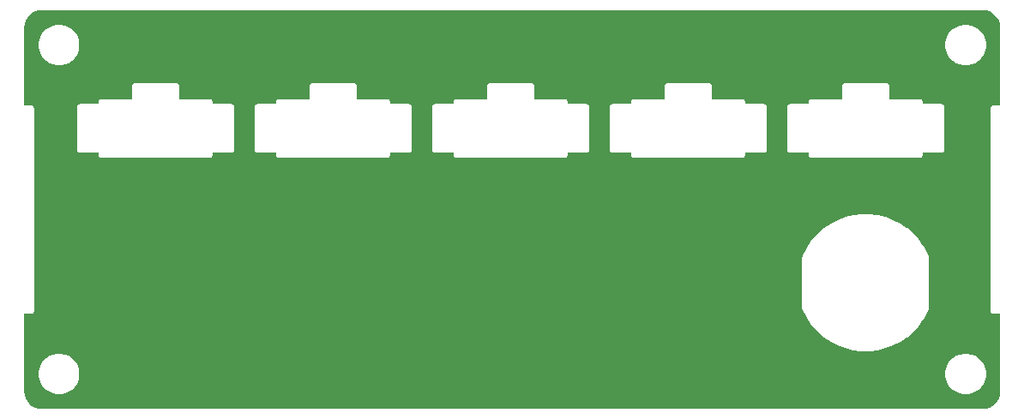
<source format=gbl>
G04*
G04 #@! TF.GenerationSoftware,Altium Limited,Altium Designer,23.0.1 (38)*
G04*
G04 Layer_Physical_Order=2*
G04 Layer_Color=16711680*
%FSLAX25Y25*%
%MOIN*%
G70*
G04*
G04 #@! TF.SameCoordinates,4576DBD2-755A-4E65-B73B-460D234F7A32*
G04*
G04*
G04 #@! TF.FilePolarity,Positive*
G04*
G01*
G75*
G36*
X107807Y256095D02*
X473555Y256095D01*
X473569Y256098D01*
X474873Y255969D01*
X476141Y255585D01*
X477309Y254960D01*
X478333Y254120D01*
X479173Y253096D01*
X479797Y251928D01*
X480182Y250661D01*
X480310Y249356D01*
X480308Y249342D01*
Y218968D01*
X477689D01*
X477260Y218883D01*
X476896Y218639D01*
X476653Y218276D01*
X476567Y217846D01*
Y139106D01*
X476653Y138677D01*
X476896Y138313D01*
X477260Y138070D01*
X477689Y137985D01*
X480308D01*
Y107610D01*
X480310Y107597D01*
X480182Y106292D01*
X479797Y105025D01*
X479173Y103857D01*
X478333Y102833D01*
X477309Y101992D01*
X476141Y101368D01*
X474873Y100984D01*
X473569Y100855D01*
X473555Y100858D01*
X107807D01*
X107793Y100855D01*
X106489Y100984D01*
X105221Y101368D01*
X104053Y101992D01*
X103030Y102833D01*
X102189Y103857D01*
X101565Y105025D01*
X101180Y106292D01*
X101052Y107597D01*
X101055Y107610D01*
Y137985D01*
X103673D01*
X104102Y138070D01*
X104466Y138313D01*
X104709Y138677D01*
X104795Y139106D01*
Y217846D01*
X104709Y218276D01*
X104466Y218639D01*
X104102Y218883D01*
X103673Y218968D01*
X101055D01*
Y249342D01*
X101052Y249356D01*
X101180Y250661D01*
X101565Y251928D01*
X102189Y253096D01*
X103030Y254120D01*
X104053Y254960D01*
X105221Y255585D01*
X106489Y255969D01*
X107793Y256098D01*
X107807Y256095D01*
D02*
G37*
%LPC*%
G36*
X115277Y250342D02*
X113723D01*
X112199Y250039D01*
X110763Y249445D01*
X109471Y248581D01*
X108372Y247482D01*
X107508Y246190D01*
X106913Y244754D01*
X106610Y243230D01*
Y241676D01*
X106913Y240151D01*
X107508Y238716D01*
X108372Y237423D01*
X109471Y236324D01*
X110763Y235461D01*
X112199Y234866D01*
X113723Y234563D01*
X115277D01*
X116801Y234866D01*
X118237Y235461D01*
X119529Y236324D01*
X120628Y237423D01*
X121492Y238716D01*
X122087Y240151D01*
X122390Y241676D01*
Y243230D01*
X122087Y244754D01*
X121492Y246190D01*
X120628Y247482D01*
X119529Y248581D01*
X118237Y249445D01*
X116801Y250039D01*
X115277Y250342D01*
D02*
G37*
G36*
X467639Y250342D02*
X466085D01*
X464561Y250039D01*
X463125Y249445D01*
X461833Y248581D01*
X460734Y247482D01*
X459870Y246190D01*
X459276Y244754D01*
X458972Y243230D01*
Y241676D01*
X459276Y240151D01*
X459870Y238716D01*
X460734Y237423D01*
X461833Y236324D01*
X463125Y235461D01*
X464561Y234866D01*
X466085Y234563D01*
X467639D01*
X469164Y234866D01*
X470599Y235461D01*
X471892Y236324D01*
X472991Y237423D01*
X473854Y238716D01*
X474449Y240151D01*
X474752Y241676D01*
Y243230D01*
X474449Y244754D01*
X473854Y246190D01*
X472991Y247482D01*
X471892Y248581D01*
X470599Y249445D01*
X469164Y250039D01*
X467639Y250342D01*
D02*
G37*
G36*
X436169Y227752D02*
X419831D01*
X419441Y227674D01*
X419110Y227453D01*
X418889Y227122D01*
X418811Y226732D01*
Y221453D01*
X406937D01*
X406547Y221375D01*
X406216Y221154D01*
X405995Y220823D01*
X405917Y220433D01*
Y219484D01*
X398472D01*
X398082Y219407D01*
X397751Y219185D01*
X397531Y218855D01*
X397453Y218465D01*
Y201535D01*
X397531Y201145D01*
X397751Y200815D01*
X398082Y200593D01*
X398472Y200516D01*
X405917D01*
Y199567D01*
X405995Y199177D01*
X406216Y198846D01*
X406547Y198625D01*
X406937Y198547D01*
X449063D01*
X449453Y198625D01*
X449784Y198846D01*
X450005Y199177D01*
X450083Y199567D01*
Y200516D01*
X457528D01*
X457918Y200593D01*
X458249Y200815D01*
X458469Y201145D01*
X458547Y201535D01*
Y218465D01*
X458469Y218855D01*
X458249Y219185D01*
X457918Y219407D01*
X457528Y219484D01*
X450083D01*
Y220433D01*
X450005Y220823D01*
X449784Y221154D01*
X449453Y221375D01*
X449063Y221453D01*
X437189D01*
Y226732D01*
X437111Y227122D01*
X436890Y227453D01*
X436559Y227674D01*
X436169Y227752D01*
D02*
G37*
G36*
X367169D02*
X350831D01*
X350441Y227674D01*
X350110Y227453D01*
X349889Y227122D01*
X349811Y226732D01*
Y221453D01*
X337937D01*
X337547Y221375D01*
X337216Y221154D01*
X336995Y220823D01*
X336917Y220433D01*
Y219484D01*
X329472D01*
X329082Y219407D01*
X328751Y219185D01*
X328531Y218855D01*
X328453Y218465D01*
Y201535D01*
X328531Y201145D01*
X328751Y200815D01*
X329082Y200593D01*
X329472Y200516D01*
X336917D01*
Y199567D01*
X336995Y199177D01*
X337216Y198846D01*
X337547Y198625D01*
X337937Y198547D01*
X380063D01*
X380453Y198625D01*
X380784Y198846D01*
X381005Y199177D01*
X381083Y199567D01*
Y200516D01*
X388528D01*
X388918Y200593D01*
X389248Y200815D01*
X389470Y201145D01*
X389547Y201535D01*
Y218465D01*
X389470Y218855D01*
X389248Y219185D01*
X388918Y219407D01*
X388528Y219484D01*
X381083D01*
Y220433D01*
X381005Y220823D01*
X380784Y221154D01*
X380453Y221375D01*
X380063Y221453D01*
X368189D01*
Y226732D01*
X368111Y227122D01*
X367890Y227453D01*
X367560Y227674D01*
X367169Y227752D01*
D02*
G37*
G36*
X298169D02*
X281831D01*
X281440Y227674D01*
X281110Y227453D01*
X280889Y227122D01*
X280811Y226732D01*
Y221453D01*
X268937D01*
X268547Y221375D01*
X268216Y221154D01*
X267995Y220823D01*
X267917Y220433D01*
Y219484D01*
X260472D01*
X260082Y219407D01*
X259752Y219185D01*
X259530Y218855D01*
X259453Y218465D01*
Y201535D01*
X259530Y201145D01*
X259752Y200815D01*
X260082Y200593D01*
X260472Y200516D01*
X267917D01*
Y199567D01*
X267995Y199177D01*
X268216Y198846D01*
X268547Y198625D01*
X268937Y198547D01*
X311063D01*
X311453Y198625D01*
X311784Y198846D01*
X312005Y199177D01*
X312083Y199567D01*
Y200516D01*
X319528D01*
X319918Y200593D01*
X320249Y200815D01*
X320469Y201145D01*
X320547Y201535D01*
Y218465D01*
X320469Y218855D01*
X320249Y219185D01*
X319918Y219407D01*
X319528Y219484D01*
X312083D01*
Y220433D01*
X312005Y220823D01*
X311784Y221154D01*
X311453Y221375D01*
X311063Y221453D01*
X299189D01*
Y226732D01*
X299111Y227122D01*
X298890Y227453D01*
X298559Y227674D01*
X298169Y227752D01*
D02*
G37*
G36*
X229169D02*
X212831D01*
X212440Y227674D01*
X212110Y227453D01*
X211889Y227122D01*
X211811Y226732D01*
Y221453D01*
X199937D01*
X199547Y221375D01*
X199216Y221154D01*
X198995Y220823D01*
X198917Y220433D01*
Y219484D01*
X191472D01*
X191082Y219407D01*
X190752Y219185D01*
X190531Y218855D01*
X190453Y218465D01*
Y201535D01*
X190531Y201145D01*
X190752Y200815D01*
X191082Y200593D01*
X191472Y200516D01*
X198917D01*
Y199567D01*
X198995Y199177D01*
X199216Y198846D01*
X199547Y198625D01*
X199937Y198547D01*
X242063D01*
X242453Y198625D01*
X242784Y198846D01*
X243005Y199177D01*
X243083Y199567D01*
Y200516D01*
X250528D01*
X250918Y200593D01*
X251249Y200815D01*
X251469Y201145D01*
X251547Y201535D01*
Y218465D01*
X251469Y218855D01*
X251249Y219185D01*
X250918Y219407D01*
X250528Y219484D01*
X243083D01*
Y220433D01*
X243005Y220823D01*
X242784Y221154D01*
X242453Y221375D01*
X242063Y221453D01*
X230189D01*
Y226732D01*
X230111Y227122D01*
X229890Y227453D01*
X229559Y227674D01*
X229169Y227752D01*
D02*
G37*
G36*
X160169D02*
X143831D01*
X143440Y227674D01*
X143110Y227453D01*
X142889Y227122D01*
X142811Y226732D01*
Y221453D01*
X130937D01*
X130547Y221375D01*
X130216Y221154D01*
X129995Y220823D01*
X129917Y220433D01*
Y219484D01*
X122472D01*
X122082Y219407D01*
X121751Y219185D01*
X121530Y218855D01*
X121453Y218465D01*
Y201535D01*
X121530Y201145D01*
X121751Y200815D01*
X122082Y200593D01*
X122472Y200516D01*
X129917D01*
Y199567D01*
X129995Y199177D01*
X130216Y198846D01*
X130547Y198625D01*
X130937Y198547D01*
X173063D01*
X173453Y198625D01*
X173784Y198846D01*
X174005Y199177D01*
X174083Y199567D01*
Y200516D01*
X181528D01*
X181918Y200593D01*
X182248Y200815D01*
X182469Y201145D01*
X182547Y201535D01*
Y218465D01*
X182469Y218855D01*
X182248Y219185D01*
X181918Y219407D01*
X181528Y219484D01*
X174083D01*
Y220433D01*
X174005Y220823D01*
X173784Y221154D01*
X173453Y221375D01*
X173063Y221453D01*
X161189D01*
Y226732D01*
X161111Y227122D01*
X160890Y227453D01*
X160559Y227674D01*
X160169Y227752D01*
D02*
G37*
G36*
X426494Y176610D02*
X426434Y176598D01*
X426374Y176603D01*
X423382Y176250D01*
X423324Y176231D01*
X423264Y176229D01*
X420334Y175526D01*
X420279Y175501D01*
X420219Y175492D01*
X417392Y174451D01*
X417340Y174419D01*
X417282Y174403D01*
X414596Y173037D01*
X414549Y173000D01*
X414493Y172977D01*
X411986Y171305D01*
X411943Y171263D01*
X411890Y171233D01*
X409597Y169279D01*
X409559Y169232D01*
X409510Y169196D01*
X407462Y166987D01*
X407430Y166935D01*
X407386Y166894D01*
X405611Y164460D01*
X405585Y164405D01*
X405546Y164359D01*
X404069Y161733D01*
X404050Y161676D01*
X404016Y161625D01*
X403437Y160235D01*
X403437Y160234D01*
X403436Y160233D01*
X403397Y160039D01*
X403358Y159845D01*
X403359Y159844D01*
X403358Y159843D01*
X403358Y140157D01*
X403359Y140156D01*
X403358Y140155D01*
X403396Y139967D01*
X403436Y139767D01*
X403437Y139766D01*
X403437Y139765D01*
X404016Y138375D01*
X404050Y138324D01*
X404069Y138267D01*
X405546Y135641D01*
X405585Y135595D01*
X405611Y135540D01*
X407386Y133106D01*
X407430Y133065D01*
X407462Y133013D01*
X409510Y130804D01*
X409559Y130768D01*
X409597Y130721D01*
X411890Y128767D01*
X411943Y128737D01*
X411986Y128695D01*
X414493Y127023D01*
X414549Y127000D01*
X414596Y126963D01*
X417282Y125597D01*
X417340Y125581D01*
X417392Y125549D01*
X420219Y124508D01*
X420279Y124499D01*
X420334Y124474D01*
X423264Y123772D01*
X423324Y123769D01*
X423382Y123750D01*
X426374Y123397D01*
X426434Y123402D01*
X426494Y123390D01*
X429506Y123390D01*
X429566Y123402D01*
X429626Y123397D01*
X432618Y123750D01*
X432676Y123769D01*
X432736Y123772D01*
X435666Y124474D01*
X435721Y124499D01*
X435781Y124508D01*
X438608Y125549D01*
X438660Y125581D01*
X438718Y125597D01*
X441404Y126963D01*
X441451Y127000D01*
X441507Y127023D01*
X444014Y128695D01*
X444057Y128737D01*
X444110Y128767D01*
X446403Y130721D01*
X446441Y130768D01*
X446490Y130804D01*
X448538Y133013D01*
X448570Y133065D01*
X448614Y133106D01*
X450389Y135540D01*
X450415Y135595D01*
X450454Y135641D01*
X451931Y138267D01*
X451950Y138324D01*
X451984Y138375D01*
X452563Y139765D01*
X452563Y139766D01*
X452564Y139767D01*
X452603Y139961D01*
X452642Y140155D01*
X452641Y140156D01*
X452642Y140157D01*
X452642Y159843D01*
X452641Y159844D01*
X452642Y159845D01*
X452604Y160033D01*
X452564Y160233D01*
X452563Y160234D01*
X452563Y160235D01*
X451984Y161625D01*
X451950Y161676D01*
X451931Y161733D01*
X450454Y164359D01*
X450415Y164405D01*
X450389Y164460D01*
X448614Y166894D01*
X448570Y166935D01*
X448538Y166987D01*
X446490Y169196D01*
X446441Y169232D01*
X446403Y169279D01*
X444110Y171233D01*
X444057Y171263D01*
X444014Y171305D01*
X441507Y172977D01*
X441451Y173000D01*
X441404Y173037D01*
X438718Y174403D01*
X438660Y174419D01*
X438608Y174451D01*
X435781Y175492D01*
X435721Y175501D01*
X435666Y175526D01*
X432736Y176229D01*
X432676Y176231D01*
X432618Y176250D01*
X429626Y176603D01*
X429566Y176598D01*
X429506Y176610D01*
X426494Y176610D01*
D02*
G37*
G36*
X115277Y122390D02*
X113723D01*
X112199Y122087D01*
X110763Y121492D01*
X109471Y120628D01*
X108372Y119529D01*
X107508Y118237D01*
X106913Y116801D01*
X106610Y115277D01*
Y113723D01*
X106913Y112199D01*
X107508Y110763D01*
X108372Y109471D01*
X109471Y108372D01*
X110763Y107508D01*
X112199Y106913D01*
X113723Y106610D01*
X115277D01*
X116801Y106913D01*
X118237Y107508D01*
X119529Y108372D01*
X120628Y109471D01*
X121492Y110763D01*
X122087Y112199D01*
X122390Y113723D01*
Y115277D01*
X122087Y116801D01*
X121492Y118237D01*
X120628Y119529D01*
X119529Y120628D01*
X118237Y121492D01*
X116801Y122087D01*
X115277Y122390D01*
D02*
G37*
G36*
X467639Y122390D02*
X466085D01*
X464561Y122087D01*
X463125Y121492D01*
X461833Y120628D01*
X460734Y119529D01*
X459870Y118237D01*
X459276Y116801D01*
X458972Y115277D01*
Y113723D01*
X459276Y112199D01*
X459870Y110763D01*
X460734Y109471D01*
X461833Y108372D01*
X463125Y107508D01*
X464561Y106913D01*
X466085Y106610D01*
X467639D01*
X469164Y106913D01*
X470599Y107508D01*
X471892Y108372D01*
X472991Y109471D01*
X473854Y110763D01*
X474449Y112199D01*
X474752Y113723D01*
Y115277D01*
X474449Y116801D01*
X473854Y118237D01*
X472991Y119529D01*
X471892Y120628D01*
X470599Y121492D01*
X469164Y122087D01*
X467639Y122390D01*
D02*
G37*
%LPD*%
M02*

</source>
